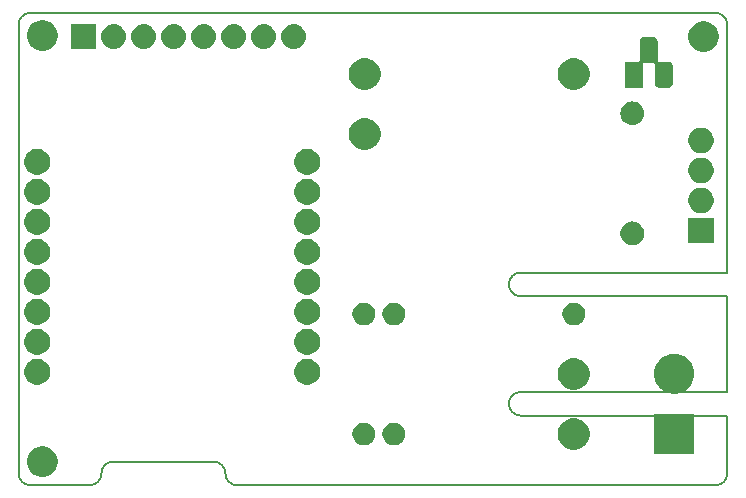
<source format=gbr>
G04 #@! TF.GenerationSoftware,KiCad,Pcbnew,(5.0.2)-1*
G04 #@! TF.CreationDate,2019-02-07T08:47:28-05:00*
G04 #@! TF.ProjectId,HASwitchPlate,48415377-6974-4636-9850-6c6174652e6b,rev?*
G04 #@! TF.SameCoordinates,Original*
G04 #@! TF.FileFunction,Soldermask,Top*
G04 #@! TF.FilePolarity,Negative*
%FSLAX46Y46*%
G04 Gerber Fmt 4.6, Leading zero omitted, Abs format (unit mm)*
G04 Created by KiCad (PCBNEW (5.0.2)-1) date 2/7/2019 8:47:28 AM*
%MOMM*%
%LPD*%
G01*
G04 APERTURE LIST*
%ADD10C,0.150000*%
%ADD11C,0.100000*%
G04 APERTURE END LIST*
D10*
X160000000Y-101000000D02*
X160000000Y-122000000D01*
X160000000Y-132100000D02*
X160000000Y-124000000D01*
X141500000Y-123000000D02*
G75*
G03X142500000Y-124000000I1000000J0D01*
G01*
X142500000Y-122000000D02*
G75*
G03X141500000Y-123000000I0J-1000000D01*
G01*
X142500000Y-122000000D02*
X160000000Y-122000000D01*
X142500000Y-124000000D02*
X160000000Y-124000000D01*
X118500000Y-140000000D02*
X159000000Y-140000000D01*
X101000000Y-140000000D02*
X106000000Y-140000000D01*
X108000000Y-138000000D02*
X116500000Y-138000000D01*
X117500000Y-139000000D02*
G75*
G03X118500000Y-140000000I1000000J0D01*
G01*
X117500000Y-139000000D02*
G75*
G03X116500000Y-138000000I-1000000J0D01*
G01*
X107998255Y-138000002D02*
G75*
G03X107000000Y-139000000I1745J-999998D01*
G01*
X106000000Y-140000000D02*
G75*
G03X107000000Y-139000000I0J1000000D01*
G01*
X101000000Y-100000000D02*
G75*
G03X100000000Y-101000000I0J-1000000D01*
G01*
X100000000Y-139000000D02*
G75*
G03X101000000Y-140000000I1000000J0D01*
G01*
X159000000Y-140000000D02*
G75*
G03X160000000Y-139000000I0J1000000D01*
G01*
X160000000Y-101000000D02*
G75*
G03X159000000Y-100000000I-1000000J0D01*
G01*
X141500000Y-133100000D02*
G75*
G03X142500000Y-134100000I1000000J0D01*
G01*
X142500000Y-132100000D02*
G75*
G03X141500000Y-133100000I0J-1000000D01*
G01*
X160000000Y-134100000D02*
X160000000Y-139000000D01*
X142500000Y-134100000D02*
X160000000Y-134100000D01*
X142500000Y-132100000D02*
X160000000Y-132100000D01*
X101000000Y-100000000D02*
X159000000Y-100000000D01*
X100000000Y-101000000D02*
X100000000Y-139000000D01*
D11*
G36*
X102379196Y-136749958D02*
X102615780Y-136847954D01*
X102828705Y-136990226D01*
X103009774Y-137171295D01*
X103152046Y-137384220D01*
X103250042Y-137620804D01*
X103300000Y-137871960D01*
X103300000Y-138128040D01*
X103250042Y-138379196D01*
X103152046Y-138615780D01*
X103009774Y-138828705D01*
X102828705Y-139009774D01*
X102615780Y-139152046D01*
X102379196Y-139250042D01*
X102128040Y-139300000D01*
X101871960Y-139300000D01*
X101620804Y-139250042D01*
X101384220Y-139152046D01*
X101171295Y-139009774D01*
X100990226Y-138828705D01*
X100847954Y-138615780D01*
X100749958Y-138379196D01*
X100700000Y-138128040D01*
X100700000Y-137871960D01*
X100749958Y-137620804D01*
X100847954Y-137384220D01*
X100990226Y-137171295D01*
X101171295Y-136990226D01*
X101384220Y-136847954D01*
X101620804Y-136749958D01*
X101871960Y-136700000D01*
X102128040Y-136700000D01*
X102379196Y-136749958D01*
X102379196Y-136749958D01*
G37*
G36*
X157200000Y-137350000D02*
X153800000Y-137350000D01*
X153800000Y-133950000D01*
X157200000Y-133950000D01*
X157200000Y-137350000D01*
X157200000Y-137350000D01*
G37*
G36*
X147197434Y-134317922D02*
X147392322Y-134356687D01*
X147637096Y-134458076D01*
X147637097Y-134458077D01*
X147857391Y-134605272D01*
X148044728Y-134792609D01*
X148044730Y-134792612D01*
X148191924Y-135012904D01*
X148293313Y-135257678D01*
X148345000Y-135517529D01*
X148345000Y-135782471D01*
X148293313Y-136042322D01*
X148191924Y-136287096D01*
X148191923Y-136287097D01*
X148044728Y-136507391D01*
X147857391Y-136694728D01*
X147857388Y-136694730D01*
X147637096Y-136841924D01*
X147392322Y-136943313D01*
X147197434Y-136982078D01*
X147132472Y-136995000D01*
X146867528Y-136995000D01*
X146802566Y-136982078D01*
X146607678Y-136943313D01*
X146362904Y-136841924D01*
X146142612Y-136694730D01*
X146142609Y-136694728D01*
X145955272Y-136507391D01*
X145808077Y-136287097D01*
X145808076Y-136287096D01*
X145706687Y-136042322D01*
X145655000Y-135782471D01*
X145655000Y-135517529D01*
X145706687Y-135257678D01*
X145808076Y-135012904D01*
X145955270Y-134792612D01*
X145955272Y-134792609D01*
X146142609Y-134605272D01*
X146362903Y-134458077D01*
X146362904Y-134458076D01*
X146607678Y-134356687D01*
X146802566Y-134317922D01*
X146867528Y-134305000D01*
X147132472Y-134305000D01*
X147197434Y-134317922D01*
X147197434Y-134317922D01*
G37*
G36*
X132040603Y-134724968D02*
X132040606Y-134724969D01*
X132040605Y-134724969D01*
X132215678Y-134797486D01*
X132215679Y-134797487D01*
X132373241Y-134902767D01*
X132507233Y-135036759D01*
X132507234Y-135036761D01*
X132612514Y-135194322D01*
X132638758Y-135257681D01*
X132685032Y-135369397D01*
X132722000Y-135555250D01*
X132722000Y-135744750D01*
X132685032Y-135930603D01*
X132685031Y-135930605D01*
X132612514Y-136105678D01*
X132612513Y-136105679D01*
X132507233Y-136263241D01*
X132373241Y-136397233D01*
X132293923Y-136450232D01*
X132215678Y-136502514D01*
X132080266Y-136558603D01*
X132040603Y-136575032D01*
X131854750Y-136612000D01*
X131665250Y-136612000D01*
X131479397Y-136575032D01*
X131439734Y-136558603D01*
X131304322Y-136502514D01*
X131226077Y-136450232D01*
X131146759Y-136397233D01*
X131012767Y-136263241D01*
X130907487Y-136105679D01*
X130907486Y-136105678D01*
X130834969Y-135930605D01*
X130834968Y-135930603D01*
X130798000Y-135744750D01*
X130798000Y-135555250D01*
X130834968Y-135369397D01*
X130881242Y-135257681D01*
X130907486Y-135194322D01*
X131012766Y-135036761D01*
X131012767Y-135036759D01*
X131146759Y-134902767D01*
X131304321Y-134797487D01*
X131304322Y-134797486D01*
X131479395Y-134724969D01*
X131479394Y-134724969D01*
X131479397Y-134724968D01*
X131665250Y-134688000D01*
X131854750Y-134688000D01*
X132040603Y-134724968D01*
X132040603Y-134724968D01*
G37*
G36*
X129500603Y-134724968D02*
X129500606Y-134724969D01*
X129500605Y-134724969D01*
X129675678Y-134797486D01*
X129675679Y-134797487D01*
X129833241Y-134902767D01*
X129967233Y-135036759D01*
X129967234Y-135036761D01*
X130072514Y-135194322D01*
X130098758Y-135257681D01*
X130145032Y-135369397D01*
X130182000Y-135555250D01*
X130182000Y-135744750D01*
X130145032Y-135930603D01*
X130145031Y-135930605D01*
X130072514Y-136105678D01*
X130072513Y-136105679D01*
X129967233Y-136263241D01*
X129833241Y-136397233D01*
X129753923Y-136450232D01*
X129675678Y-136502514D01*
X129540266Y-136558603D01*
X129500603Y-136575032D01*
X129314750Y-136612000D01*
X129125250Y-136612000D01*
X128939397Y-136575032D01*
X128899734Y-136558603D01*
X128764322Y-136502514D01*
X128686077Y-136450232D01*
X128606759Y-136397233D01*
X128472767Y-136263241D01*
X128367487Y-136105679D01*
X128367486Y-136105678D01*
X128294969Y-135930605D01*
X128294968Y-135930603D01*
X128258000Y-135744750D01*
X128258000Y-135555250D01*
X128294968Y-135369397D01*
X128341242Y-135257681D01*
X128367486Y-135194322D01*
X128472766Y-135036761D01*
X128472767Y-135036759D01*
X128606759Y-134902767D01*
X128764321Y-134797487D01*
X128764322Y-134797486D01*
X128939395Y-134724969D01*
X128939394Y-134724969D01*
X128939397Y-134724968D01*
X129125250Y-134688000D01*
X129314750Y-134688000D01*
X129500603Y-134724968D01*
X129500603Y-134724968D01*
G37*
G36*
X155857102Y-128907727D02*
X155995872Y-128935330D01*
X156305252Y-129063479D01*
X156583687Y-129249523D01*
X156820477Y-129486313D01*
X157006521Y-129764748D01*
X157132605Y-130069143D01*
X157134670Y-130074129D01*
X157175951Y-130281659D01*
X157200000Y-130402565D01*
X157200000Y-130737435D01*
X157134670Y-131065872D01*
X157006521Y-131375252D01*
X156820477Y-131653687D01*
X156583687Y-131890477D01*
X156305252Y-132076521D01*
X155995872Y-132204670D01*
X155886393Y-132226447D01*
X155667437Y-132270000D01*
X155332563Y-132270000D01*
X155113607Y-132226447D01*
X155004128Y-132204670D01*
X154694748Y-132076521D01*
X154416313Y-131890477D01*
X154179523Y-131653687D01*
X153993479Y-131375252D01*
X153865330Y-131065872D01*
X153800000Y-130737435D01*
X153800000Y-130402565D01*
X153824050Y-130281659D01*
X153865330Y-130074129D01*
X153867395Y-130069143D01*
X153993479Y-129764748D01*
X154179523Y-129486313D01*
X154416313Y-129249523D01*
X154694748Y-129063479D01*
X155004128Y-128935330D01*
X155142898Y-128907727D01*
X155332563Y-128870000D01*
X155667437Y-128870000D01*
X155857102Y-128907727D01*
X155857102Y-128907727D01*
G37*
G36*
X147197434Y-129237922D02*
X147392322Y-129276687D01*
X147637096Y-129378076D01*
X147854424Y-129523289D01*
X147857391Y-129525272D01*
X148044728Y-129712609D01*
X148044730Y-129712612D01*
X148191924Y-129932904D01*
X148293313Y-130177678D01*
X148345000Y-130437529D01*
X148345000Y-130702471D01*
X148293313Y-130962322D01*
X148191924Y-131207096D01*
X148086545Y-131364807D01*
X148044728Y-131427391D01*
X147857391Y-131614728D01*
X147857388Y-131614730D01*
X147637096Y-131761924D01*
X147392322Y-131863313D01*
X147197434Y-131902078D01*
X147132472Y-131915000D01*
X146867528Y-131915000D01*
X146802566Y-131902078D01*
X146607678Y-131863313D01*
X146362904Y-131761924D01*
X146142612Y-131614730D01*
X146142609Y-131614728D01*
X145955272Y-131427391D01*
X145913455Y-131364807D01*
X145808076Y-131207096D01*
X145706687Y-130962322D01*
X145655000Y-130702471D01*
X145655000Y-130437529D01*
X145706687Y-130177678D01*
X145808076Y-129932904D01*
X145955270Y-129712612D01*
X145955272Y-129712609D01*
X146142609Y-129525272D01*
X146145576Y-129523289D01*
X146362904Y-129378076D01*
X146607678Y-129276687D01*
X146802566Y-129237922D01*
X146867528Y-129225000D01*
X147132472Y-129225000D01*
X147197434Y-129237922D01*
X147197434Y-129237922D01*
G37*
G36*
X124750857Y-129332272D02*
X124951042Y-129415191D01*
X124951045Y-129415193D01*
X125115790Y-129525272D01*
X125131213Y-129535578D01*
X125284422Y-129688787D01*
X125284424Y-129688790D01*
X125284425Y-129688791D01*
X125335178Y-129764748D01*
X125404809Y-129868958D01*
X125487728Y-130069143D01*
X125530000Y-130281658D01*
X125530000Y-130498342D01*
X125487728Y-130710857D01*
X125404809Y-130911042D01*
X125404807Y-130911045D01*
X125301355Y-131065872D01*
X125284422Y-131091213D01*
X125131213Y-131244422D01*
X124951042Y-131364809D01*
X124750857Y-131447728D01*
X124538342Y-131490000D01*
X124321658Y-131490000D01*
X124109143Y-131447728D01*
X123908958Y-131364809D01*
X123728787Y-131244422D01*
X123575578Y-131091213D01*
X123558646Y-131065872D01*
X123455193Y-130911045D01*
X123455191Y-130911042D01*
X123372272Y-130710857D01*
X123330000Y-130498342D01*
X123330000Y-130281658D01*
X123372272Y-130069143D01*
X123455191Y-129868958D01*
X123524822Y-129764748D01*
X123575575Y-129688791D01*
X123575576Y-129688790D01*
X123575578Y-129688787D01*
X123728787Y-129535578D01*
X123744211Y-129525272D01*
X123908955Y-129415193D01*
X123908958Y-129415191D01*
X124109143Y-129332272D01*
X124321658Y-129290000D01*
X124538342Y-129290000D01*
X124750857Y-129332272D01*
X124750857Y-129332272D01*
G37*
G36*
X101890857Y-129332272D02*
X102091042Y-129415191D01*
X102091045Y-129415193D01*
X102255790Y-129525272D01*
X102271213Y-129535578D01*
X102424422Y-129688787D01*
X102424424Y-129688790D01*
X102424425Y-129688791D01*
X102475178Y-129764748D01*
X102544809Y-129868958D01*
X102627728Y-130069143D01*
X102670000Y-130281658D01*
X102670000Y-130498342D01*
X102627728Y-130710857D01*
X102544809Y-130911042D01*
X102544807Y-130911045D01*
X102441355Y-131065872D01*
X102424422Y-131091213D01*
X102271213Y-131244422D01*
X102091042Y-131364809D01*
X101890857Y-131447728D01*
X101678342Y-131490000D01*
X101461658Y-131490000D01*
X101249143Y-131447728D01*
X101048958Y-131364809D01*
X100868787Y-131244422D01*
X100715578Y-131091213D01*
X100698646Y-131065872D01*
X100595193Y-130911045D01*
X100595191Y-130911042D01*
X100512272Y-130710857D01*
X100470000Y-130498342D01*
X100470000Y-130281658D01*
X100512272Y-130069143D01*
X100595191Y-129868958D01*
X100664822Y-129764748D01*
X100715575Y-129688791D01*
X100715576Y-129688790D01*
X100715578Y-129688787D01*
X100868787Y-129535578D01*
X100884211Y-129525272D01*
X101048955Y-129415193D01*
X101048958Y-129415191D01*
X101249143Y-129332272D01*
X101461658Y-129290000D01*
X101678342Y-129290000D01*
X101890857Y-129332272D01*
X101890857Y-129332272D01*
G37*
G36*
X101890857Y-126792272D02*
X102091042Y-126875191D01*
X102271213Y-126995578D01*
X102424422Y-127148787D01*
X102544809Y-127328958D01*
X102627728Y-127529143D01*
X102670000Y-127741658D01*
X102670000Y-127958342D01*
X102627728Y-128170857D01*
X102544809Y-128371042D01*
X102424422Y-128551213D01*
X102271213Y-128704422D01*
X102091042Y-128824809D01*
X101890857Y-128907728D01*
X101678342Y-128950000D01*
X101461658Y-128950000D01*
X101249143Y-128907728D01*
X101048958Y-128824809D01*
X100868787Y-128704422D01*
X100715578Y-128551213D01*
X100595191Y-128371042D01*
X100512272Y-128170857D01*
X100470000Y-127958342D01*
X100470000Y-127741658D01*
X100512272Y-127529143D01*
X100595191Y-127328958D01*
X100715578Y-127148787D01*
X100868787Y-126995578D01*
X101048958Y-126875191D01*
X101249143Y-126792272D01*
X101461658Y-126750000D01*
X101678342Y-126750000D01*
X101890857Y-126792272D01*
X101890857Y-126792272D01*
G37*
G36*
X124750857Y-126792272D02*
X124951042Y-126875191D01*
X125131213Y-126995578D01*
X125284422Y-127148787D01*
X125404809Y-127328958D01*
X125487728Y-127529143D01*
X125530000Y-127741658D01*
X125530000Y-127958342D01*
X125487728Y-128170857D01*
X125404809Y-128371042D01*
X125284422Y-128551213D01*
X125131213Y-128704422D01*
X124951042Y-128824809D01*
X124750857Y-128907728D01*
X124538342Y-128950000D01*
X124321658Y-128950000D01*
X124109143Y-128907728D01*
X123908958Y-128824809D01*
X123728787Y-128704422D01*
X123575578Y-128551213D01*
X123455191Y-128371042D01*
X123372272Y-128170857D01*
X123330000Y-127958342D01*
X123330000Y-127741658D01*
X123372272Y-127529143D01*
X123455191Y-127328958D01*
X123575578Y-127148787D01*
X123728787Y-126995578D01*
X123908958Y-126875191D01*
X124109143Y-126792272D01*
X124321658Y-126750000D01*
X124538342Y-126750000D01*
X124750857Y-126792272D01*
X124750857Y-126792272D01*
G37*
G36*
X129500603Y-124564968D02*
X129500606Y-124564969D01*
X129500605Y-124564969D01*
X129675678Y-124637486D01*
X129675679Y-124637487D01*
X129833241Y-124742767D01*
X129967233Y-124876759D01*
X129967234Y-124876761D01*
X130072514Y-125034322D01*
X130128603Y-125169734D01*
X130145032Y-125209397D01*
X130182000Y-125395250D01*
X130182000Y-125584750D01*
X130145032Y-125770603D01*
X130145031Y-125770605D01*
X130072514Y-125945678D01*
X130072513Y-125945679D01*
X129967233Y-126103241D01*
X129833241Y-126237233D01*
X129762042Y-126284807D01*
X129675678Y-126342514D01*
X129540266Y-126398603D01*
X129500603Y-126415032D01*
X129314750Y-126452000D01*
X129125250Y-126452000D01*
X128939397Y-126415032D01*
X128899734Y-126398603D01*
X128764322Y-126342514D01*
X128677958Y-126284807D01*
X128606759Y-126237233D01*
X128472767Y-126103241D01*
X128367487Y-125945679D01*
X128367486Y-125945678D01*
X128294969Y-125770605D01*
X128294968Y-125770603D01*
X128258000Y-125584750D01*
X128258000Y-125395250D01*
X128294968Y-125209397D01*
X128311397Y-125169734D01*
X128367486Y-125034322D01*
X128472766Y-124876761D01*
X128472767Y-124876759D01*
X128606759Y-124742767D01*
X128764321Y-124637487D01*
X128764322Y-124637486D01*
X128939395Y-124564969D01*
X128939394Y-124564969D01*
X128939397Y-124564968D01*
X129125250Y-124528000D01*
X129314750Y-124528000D01*
X129500603Y-124564968D01*
X129500603Y-124564968D01*
G37*
G36*
X132040603Y-124564968D02*
X132040606Y-124564969D01*
X132040605Y-124564969D01*
X132215678Y-124637486D01*
X132215679Y-124637487D01*
X132373241Y-124742767D01*
X132507233Y-124876759D01*
X132507234Y-124876761D01*
X132612514Y-125034322D01*
X132668603Y-125169734D01*
X132685032Y-125209397D01*
X132722000Y-125395250D01*
X132722000Y-125584750D01*
X132685032Y-125770603D01*
X132685031Y-125770605D01*
X132612514Y-125945678D01*
X132612513Y-125945679D01*
X132507233Y-126103241D01*
X132373241Y-126237233D01*
X132302042Y-126284807D01*
X132215678Y-126342514D01*
X132080266Y-126398603D01*
X132040603Y-126415032D01*
X131854750Y-126452000D01*
X131665250Y-126452000D01*
X131479397Y-126415032D01*
X131439734Y-126398603D01*
X131304322Y-126342514D01*
X131217958Y-126284807D01*
X131146759Y-126237233D01*
X131012767Y-126103241D01*
X130907487Y-125945679D01*
X130907486Y-125945678D01*
X130834969Y-125770605D01*
X130834968Y-125770603D01*
X130798000Y-125584750D01*
X130798000Y-125395250D01*
X130834968Y-125209397D01*
X130851397Y-125169734D01*
X130907486Y-125034322D01*
X131012766Y-124876761D01*
X131012767Y-124876759D01*
X131146759Y-124742767D01*
X131304321Y-124637487D01*
X131304322Y-124637486D01*
X131479395Y-124564969D01*
X131479394Y-124564969D01*
X131479397Y-124564968D01*
X131665250Y-124528000D01*
X131854750Y-124528000D01*
X132040603Y-124564968D01*
X132040603Y-124564968D01*
G37*
G36*
X147280603Y-124564968D02*
X147280606Y-124564969D01*
X147280605Y-124564969D01*
X147455678Y-124637486D01*
X147455679Y-124637487D01*
X147613241Y-124742767D01*
X147747233Y-124876759D01*
X147747234Y-124876761D01*
X147852514Y-125034322D01*
X147908603Y-125169734D01*
X147925032Y-125209397D01*
X147962000Y-125395250D01*
X147962000Y-125584750D01*
X147925032Y-125770603D01*
X147925031Y-125770605D01*
X147852514Y-125945678D01*
X147852513Y-125945679D01*
X147747233Y-126103241D01*
X147613241Y-126237233D01*
X147542042Y-126284807D01*
X147455678Y-126342514D01*
X147320266Y-126398603D01*
X147280603Y-126415032D01*
X147094750Y-126452000D01*
X146905250Y-126452000D01*
X146719397Y-126415032D01*
X146679734Y-126398603D01*
X146544322Y-126342514D01*
X146457958Y-126284807D01*
X146386759Y-126237233D01*
X146252767Y-126103241D01*
X146147487Y-125945679D01*
X146147486Y-125945678D01*
X146074969Y-125770605D01*
X146074968Y-125770603D01*
X146038000Y-125584750D01*
X146038000Y-125395250D01*
X146074968Y-125209397D01*
X146091397Y-125169734D01*
X146147486Y-125034322D01*
X146252766Y-124876761D01*
X146252767Y-124876759D01*
X146386759Y-124742767D01*
X146544321Y-124637487D01*
X146544322Y-124637486D01*
X146719395Y-124564969D01*
X146719394Y-124564969D01*
X146719397Y-124564968D01*
X146905250Y-124528000D01*
X147094750Y-124528000D01*
X147280603Y-124564968D01*
X147280603Y-124564968D01*
G37*
G36*
X101890857Y-124252272D02*
X102091042Y-124335191D01*
X102271213Y-124455578D01*
X102424422Y-124608787D01*
X102544809Y-124788958D01*
X102627728Y-124989143D01*
X102670000Y-125201658D01*
X102670000Y-125418342D01*
X102627728Y-125630857D01*
X102544809Y-125831042D01*
X102544807Y-125831045D01*
X102468212Y-125945678D01*
X102424422Y-126011213D01*
X102271213Y-126164422D01*
X102091042Y-126284809D01*
X101890857Y-126367728D01*
X101678342Y-126410000D01*
X101461658Y-126410000D01*
X101249143Y-126367728D01*
X101048958Y-126284809D01*
X100868787Y-126164422D01*
X100715578Y-126011213D01*
X100671789Y-125945678D01*
X100595193Y-125831045D01*
X100595191Y-125831042D01*
X100512272Y-125630857D01*
X100470000Y-125418342D01*
X100470000Y-125201658D01*
X100512272Y-124989143D01*
X100595191Y-124788958D01*
X100715578Y-124608787D01*
X100868787Y-124455578D01*
X101048958Y-124335191D01*
X101249143Y-124252272D01*
X101461658Y-124210000D01*
X101678342Y-124210000D01*
X101890857Y-124252272D01*
X101890857Y-124252272D01*
G37*
G36*
X124750857Y-124252272D02*
X124951042Y-124335191D01*
X125131213Y-124455578D01*
X125284422Y-124608787D01*
X125404809Y-124788958D01*
X125487728Y-124989143D01*
X125530000Y-125201658D01*
X125530000Y-125418342D01*
X125487728Y-125630857D01*
X125404809Y-125831042D01*
X125404807Y-125831045D01*
X125328212Y-125945678D01*
X125284422Y-126011213D01*
X125131213Y-126164422D01*
X124951042Y-126284809D01*
X124750857Y-126367728D01*
X124538342Y-126410000D01*
X124321658Y-126410000D01*
X124109143Y-126367728D01*
X123908958Y-126284809D01*
X123728787Y-126164422D01*
X123575578Y-126011213D01*
X123531789Y-125945678D01*
X123455193Y-125831045D01*
X123455191Y-125831042D01*
X123372272Y-125630857D01*
X123330000Y-125418342D01*
X123330000Y-125201658D01*
X123372272Y-124989143D01*
X123455191Y-124788958D01*
X123575578Y-124608787D01*
X123728787Y-124455578D01*
X123908958Y-124335191D01*
X124109143Y-124252272D01*
X124321658Y-124210000D01*
X124538342Y-124210000D01*
X124750857Y-124252272D01*
X124750857Y-124252272D01*
G37*
G36*
X101890857Y-121712272D02*
X102091042Y-121795191D01*
X102271213Y-121915578D01*
X102424422Y-122068787D01*
X102544809Y-122248958D01*
X102627728Y-122449143D01*
X102670000Y-122661658D01*
X102670000Y-122878342D01*
X102627728Y-123090857D01*
X102544809Y-123291042D01*
X102424422Y-123471213D01*
X102271213Y-123624422D01*
X102091042Y-123744809D01*
X101890857Y-123827728D01*
X101678342Y-123870000D01*
X101461658Y-123870000D01*
X101249143Y-123827728D01*
X101048958Y-123744809D01*
X100868787Y-123624422D01*
X100715578Y-123471213D01*
X100595191Y-123291042D01*
X100512272Y-123090857D01*
X100470000Y-122878342D01*
X100470000Y-122661658D01*
X100512272Y-122449143D01*
X100595191Y-122248958D01*
X100715578Y-122068787D01*
X100868787Y-121915578D01*
X101048958Y-121795191D01*
X101249143Y-121712272D01*
X101461658Y-121670000D01*
X101678342Y-121670000D01*
X101890857Y-121712272D01*
X101890857Y-121712272D01*
G37*
G36*
X124750857Y-121712272D02*
X124951042Y-121795191D01*
X125131213Y-121915578D01*
X125284422Y-122068787D01*
X125404809Y-122248958D01*
X125487728Y-122449143D01*
X125530000Y-122661658D01*
X125530000Y-122878342D01*
X125487728Y-123090857D01*
X125404809Y-123291042D01*
X125284422Y-123471213D01*
X125131213Y-123624422D01*
X124951042Y-123744809D01*
X124750857Y-123827728D01*
X124538342Y-123870000D01*
X124321658Y-123870000D01*
X124109143Y-123827728D01*
X123908958Y-123744809D01*
X123728787Y-123624422D01*
X123575578Y-123471213D01*
X123455191Y-123291042D01*
X123372272Y-123090857D01*
X123330000Y-122878342D01*
X123330000Y-122661658D01*
X123372272Y-122449143D01*
X123455191Y-122248958D01*
X123575578Y-122068787D01*
X123728787Y-121915578D01*
X123908958Y-121795191D01*
X124109143Y-121712272D01*
X124321658Y-121670000D01*
X124538342Y-121670000D01*
X124750857Y-121712272D01*
X124750857Y-121712272D01*
G37*
G36*
X124750857Y-119172272D02*
X124951042Y-119255191D01*
X125131213Y-119375578D01*
X125284422Y-119528787D01*
X125284424Y-119528790D01*
X125284425Y-119528791D01*
X125352432Y-119630571D01*
X125404809Y-119708958D01*
X125487728Y-119909143D01*
X125530000Y-120121658D01*
X125530000Y-120338342D01*
X125487728Y-120550857D01*
X125404809Y-120751042D01*
X125284422Y-120931213D01*
X125131213Y-121084422D01*
X124951042Y-121204809D01*
X124750857Y-121287728D01*
X124538342Y-121330000D01*
X124321658Y-121330000D01*
X124109143Y-121287728D01*
X123908958Y-121204809D01*
X123728787Y-121084422D01*
X123575578Y-120931213D01*
X123455191Y-120751042D01*
X123372272Y-120550857D01*
X123330000Y-120338342D01*
X123330000Y-120121658D01*
X123372272Y-119909143D01*
X123455191Y-119708958D01*
X123507568Y-119630571D01*
X123575575Y-119528791D01*
X123575576Y-119528790D01*
X123575578Y-119528787D01*
X123728787Y-119375578D01*
X123908958Y-119255191D01*
X124109143Y-119172272D01*
X124321658Y-119130000D01*
X124538342Y-119130000D01*
X124750857Y-119172272D01*
X124750857Y-119172272D01*
G37*
G36*
X101890857Y-119172272D02*
X102091042Y-119255191D01*
X102271213Y-119375578D01*
X102424422Y-119528787D01*
X102424424Y-119528790D01*
X102424425Y-119528791D01*
X102492432Y-119630571D01*
X102544809Y-119708958D01*
X102627728Y-119909143D01*
X102670000Y-120121658D01*
X102670000Y-120338342D01*
X102627728Y-120550857D01*
X102544809Y-120751042D01*
X102424422Y-120931213D01*
X102271213Y-121084422D01*
X102091042Y-121204809D01*
X101890857Y-121287728D01*
X101678342Y-121330000D01*
X101461658Y-121330000D01*
X101249143Y-121287728D01*
X101048958Y-121204809D01*
X100868787Y-121084422D01*
X100715578Y-120931213D01*
X100595191Y-120751042D01*
X100512272Y-120550857D01*
X100470000Y-120338342D01*
X100470000Y-120121658D01*
X100512272Y-119909143D01*
X100595191Y-119708958D01*
X100647568Y-119630571D01*
X100715575Y-119528791D01*
X100715576Y-119528790D01*
X100715578Y-119528787D01*
X100868787Y-119375578D01*
X101048958Y-119255191D01*
X101249143Y-119172272D01*
X101461658Y-119130000D01*
X101678342Y-119130000D01*
X101890857Y-119172272D01*
X101890857Y-119172272D01*
G37*
G36*
X152118770Y-117684372D02*
X152234689Y-117707429D01*
X152416678Y-117782811D01*
X152580463Y-117892249D01*
X152719751Y-118031537D01*
X152829189Y-118195322D01*
X152904571Y-118377311D01*
X152943000Y-118570509D01*
X152943000Y-118767491D01*
X152904571Y-118960689D01*
X152829189Y-119142678D01*
X152719751Y-119306463D01*
X152580463Y-119445751D01*
X152416678Y-119555189D01*
X152234689Y-119630571D01*
X152118770Y-119653628D01*
X152041493Y-119669000D01*
X151844507Y-119669000D01*
X151767230Y-119653628D01*
X151651311Y-119630571D01*
X151469322Y-119555189D01*
X151305537Y-119445751D01*
X151166249Y-119306463D01*
X151056811Y-119142678D01*
X150981429Y-118960689D01*
X150943000Y-118767491D01*
X150943000Y-118570509D01*
X150981429Y-118377311D01*
X151056811Y-118195322D01*
X151166249Y-118031537D01*
X151305537Y-117892249D01*
X151469322Y-117782811D01*
X151651311Y-117707429D01*
X151767230Y-117684372D01*
X151844507Y-117669000D01*
X152041493Y-117669000D01*
X152118770Y-117684372D01*
X152118770Y-117684372D01*
G37*
G36*
X158860000Y-119490000D02*
X156710000Y-119490000D01*
X156710000Y-117340000D01*
X158860000Y-117340000D01*
X158860000Y-119490000D01*
X158860000Y-119490000D01*
G37*
G36*
X124750857Y-116632272D02*
X124951042Y-116715191D01*
X124951045Y-116715193D01*
X125119353Y-116827653D01*
X125131213Y-116835578D01*
X125284422Y-116988787D01*
X125404809Y-117168958D01*
X125487728Y-117369143D01*
X125530000Y-117581658D01*
X125530000Y-117798342D01*
X125487728Y-118010857D01*
X125404809Y-118211042D01*
X125284422Y-118391213D01*
X125131213Y-118544422D01*
X125131210Y-118544424D01*
X125131209Y-118544425D01*
X124951045Y-118664807D01*
X124951042Y-118664809D01*
X124750857Y-118747728D01*
X124538342Y-118790000D01*
X124321658Y-118790000D01*
X124109143Y-118747728D01*
X123908958Y-118664809D01*
X123908955Y-118664807D01*
X123728791Y-118544425D01*
X123728790Y-118544424D01*
X123728787Y-118544422D01*
X123575578Y-118391213D01*
X123455191Y-118211042D01*
X123372272Y-118010857D01*
X123330000Y-117798342D01*
X123330000Y-117581658D01*
X123372272Y-117369143D01*
X123455191Y-117168958D01*
X123575578Y-116988787D01*
X123728787Y-116835578D01*
X123740648Y-116827653D01*
X123908955Y-116715193D01*
X123908958Y-116715191D01*
X124109143Y-116632272D01*
X124321658Y-116590000D01*
X124538342Y-116590000D01*
X124750857Y-116632272D01*
X124750857Y-116632272D01*
G37*
G36*
X101890857Y-116632272D02*
X102091042Y-116715191D01*
X102091045Y-116715193D01*
X102259353Y-116827653D01*
X102271213Y-116835578D01*
X102424422Y-116988787D01*
X102544809Y-117168958D01*
X102627728Y-117369143D01*
X102670000Y-117581658D01*
X102670000Y-117798342D01*
X102627728Y-118010857D01*
X102544809Y-118211042D01*
X102424422Y-118391213D01*
X102271213Y-118544422D01*
X102271210Y-118544424D01*
X102271209Y-118544425D01*
X102091045Y-118664807D01*
X102091042Y-118664809D01*
X101890857Y-118747728D01*
X101678342Y-118790000D01*
X101461658Y-118790000D01*
X101249143Y-118747728D01*
X101048958Y-118664809D01*
X101048955Y-118664807D01*
X100868791Y-118544425D01*
X100868790Y-118544424D01*
X100868787Y-118544422D01*
X100715578Y-118391213D01*
X100595191Y-118211042D01*
X100512272Y-118010857D01*
X100470000Y-117798342D01*
X100470000Y-117581658D01*
X100512272Y-117369143D01*
X100595191Y-117168958D01*
X100715578Y-116988787D01*
X100868787Y-116835578D01*
X100880648Y-116827653D01*
X101048955Y-116715193D01*
X101048958Y-116715191D01*
X101249143Y-116632272D01*
X101461658Y-116590000D01*
X101678342Y-116590000D01*
X101890857Y-116632272D01*
X101890857Y-116632272D01*
G37*
G36*
X158098566Y-114841312D02*
X158294203Y-114922347D01*
X158470275Y-115039995D01*
X158620005Y-115189725D01*
X158737653Y-115365797D01*
X158818688Y-115561434D01*
X158860000Y-115769122D01*
X158860000Y-115980878D01*
X158818688Y-116188566D01*
X158737653Y-116384203D01*
X158620005Y-116560275D01*
X158470275Y-116710005D01*
X158294203Y-116827653D01*
X158098566Y-116908688D01*
X157890878Y-116950000D01*
X157679122Y-116950000D01*
X157471434Y-116908688D01*
X157275797Y-116827653D01*
X157099725Y-116710005D01*
X156949995Y-116560275D01*
X156832347Y-116384203D01*
X156751312Y-116188566D01*
X156710000Y-115980878D01*
X156710000Y-115769122D01*
X156751312Y-115561434D01*
X156832347Y-115365797D01*
X156949995Y-115189725D01*
X157099725Y-115039995D01*
X157275797Y-114922347D01*
X157471434Y-114841312D01*
X157679122Y-114800000D01*
X157890878Y-114800000D01*
X158098566Y-114841312D01*
X158098566Y-114841312D01*
G37*
G36*
X101890857Y-114092272D02*
X102091042Y-114175191D01*
X102091045Y-114175193D01*
X102259353Y-114287653D01*
X102271213Y-114295578D01*
X102424422Y-114448787D01*
X102544809Y-114628958D01*
X102627728Y-114829143D01*
X102670000Y-115041658D01*
X102670000Y-115258342D01*
X102627728Y-115470857D01*
X102544809Y-115671042D01*
X102424422Y-115851213D01*
X102271213Y-116004422D01*
X102091042Y-116124809D01*
X101890857Y-116207728D01*
X101678342Y-116250000D01*
X101461658Y-116250000D01*
X101249143Y-116207728D01*
X101048958Y-116124809D01*
X100868787Y-116004422D01*
X100715578Y-115851213D01*
X100595191Y-115671042D01*
X100512272Y-115470857D01*
X100470000Y-115258342D01*
X100470000Y-115041658D01*
X100512272Y-114829143D01*
X100595191Y-114628958D01*
X100715578Y-114448787D01*
X100868787Y-114295578D01*
X100880648Y-114287653D01*
X101048955Y-114175193D01*
X101048958Y-114175191D01*
X101249143Y-114092272D01*
X101461658Y-114050000D01*
X101678342Y-114050000D01*
X101890857Y-114092272D01*
X101890857Y-114092272D01*
G37*
G36*
X124750857Y-114092272D02*
X124951042Y-114175191D01*
X124951045Y-114175193D01*
X125119353Y-114287653D01*
X125131213Y-114295578D01*
X125284422Y-114448787D01*
X125404809Y-114628958D01*
X125487728Y-114829143D01*
X125530000Y-115041658D01*
X125530000Y-115258342D01*
X125487728Y-115470857D01*
X125404809Y-115671042D01*
X125284422Y-115851213D01*
X125131213Y-116004422D01*
X124951042Y-116124809D01*
X124750857Y-116207728D01*
X124538342Y-116250000D01*
X124321658Y-116250000D01*
X124109143Y-116207728D01*
X123908958Y-116124809D01*
X123728787Y-116004422D01*
X123575578Y-115851213D01*
X123455191Y-115671042D01*
X123372272Y-115470857D01*
X123330000Y-115258342D01*
X123330000Y-115041658D01*
X123372272Y-114829143D01*
X123455191Y-114628958D01*
X123575578Y-114448787D01*
X123728787Y-114295578D01*
X123740648Y-114287653D01*
X123908955Y-114175193D01*
X123908958Y-114175191D01*
X124109143Y-114092272D01*
X124321658Y-114050000D01*
X124538342Y-114050000D01*
X124750857Y-114092272D01*
X124750857Y-114092272D01*
G37*
G36*
X158098566Y-112301312D02*
X158294203Y-112382347D01*
X158470275Y-112499995D01*
X158620005Y-112649725D01*
X158737653Y-112825797D01*
X158818688Y-113021434D01*
X158860000Y-113229122D01*
X158860000Y-113440878D01*
X158818688Y-113648566D01*
X158737653Y-113844203D01*
X158620005Y-114020275D01*
X158470275Y-114170005D01*
X158294203Y-114287653D01*
X158098566Y-114368688D01*
X157890878Y-114410000D01*
X157679122Y-114410000D01*
X157471434Y-114368688D01*
X157275797Y-114287653D01*
X157099725Y-114170005D01*
X156949995Y-114020275D01*
X156832347Y-113844203D01*
X156751312Y-113648566D01*
X156710000Y-113440878D01*
X156710000Y-113229122D01*
X156751312Y-113021434D01*
X156832347Y-112825797D01*
X156949995Y-112649725D01*
X157099725Y-112499995D01*
X157275797Y-112382347D01*
X157471434Y-112301312D01*
X157679122Y-112260000D01*
X157890878Y-112260000D01*
X158098566Y-112301312D01*
X158098566Y-112301312D01*
G37*
G36*
X101890857Y-111552272D02*
X102091042Y-111635191D01*
X102091045Y-111635193D01*
X102259353Y-111747653D01*
X102271213Y-111755578D01*
X102424422Y-111908787D01*
X102544809Y-112088958D01*
X102627728Y-112289143D01*
X102670000Y-112501658D01*
X102670000Y-112718342D01*
X102627728Y-112930857D01*
X102544809Y-113131042D01*
X102424422Y-113311213D01*
X102271213Y-113464422D01*
X102091042Y-113584809D01*
X101890857Y-113667728D01*
X101678342Y-113710000D01*
X101461658Y-113710000D01*
X101249143Y-113667728D01*
X101048958Y-113584809D01*
X100868787Y-113464422D01*
X100715578Y-113311213D01*
X100595191Y-113131042D01*
X100512272Y-112930857D01*
X100470000Y-112718342D01*
X100470000Y-112501658D01*
X100512272Y-112289143D01*
X100595191Y-112088958D01*
X100715578Y-111908787D01*
X100868787Y-111755578D01*
X100880648Y-111747653D01*
X101048955Y-111635193D01*
X101048958Y-111635191D01*
X101249143Y-111552272D01*
X101461658Y-111510000D01*
X101678342Y-111510000D01*
X101890857Y-111552272D01*
X101890857Y-111552272D01*
G37*
G36*
X124750857Y-111552272D02*
X124951042Y-111635191D01*
X124951045Y-111635193D01*
X125119353Y-111747653D01*
X125131213Y-111755578D01*
X125284422Y-111908787D01*
X125404809Y-112088958D01*
X125487728Y-112289143D01*
X125530000Y-112501658D01*
X125530000Y-112718342D01*
X125487728Y-112930857D01*
X125404809Y-113131042D01*
X125284422Y-113311213D01*
X125131213Y-113464422D01*
X124951042Y-113584809D01*
X124750857Y-113667728D01*
X124538342Y-113710000D01*
X124321658Y-113710000D01*
X124109143Y-113667728D01*
X123908958Y-113584809D01*
X123728787Y-113464422D01*
X123575578Y-113311213D01*
X123455191Y-113131042D01*
X123372272Y-112930857D01*
X123330000Y-112718342D01*
X123330000Y-112501658D01*
X123372272Y-112289143D01*
X123455191Y-112088958D01*
X123575578Y-111908787D01*
X123728787Y-111755578D01*
X123740648Y-111747653D01*
X123908955Y-111635193D01*
X123908958Y-111635191D01*
X124109143Y-111552272D01*
X124321658Y-111510000D01*
X124538342Y-111510000D01*
X124750857Y-111552272D01*
X124750857Y-111552272D01*
G37*
G36*
X158098566Y-109761312D02*
X158294203Y-109842347D01*
X158470275Y-109959995D01*
X158620005Y-110109725D01*
X158737653Y-110285797D01*
X158818688Y-110481434D01*
X158860000Y-110689122D01*
X158860000Y-110900878D01*
X158818688Y-111108566D01*
X158737653Y-111304203D01*
X158620005Y-111480275D01*
X158470275Y-111630005D01*
X158294203Y-111747653D01*
X158098566Y-111828688D01*
X157890878Y-111870000D01*
X157679122Y-111870000D01*
X157471434Y-111828688D01*
X157275797Y-111747653D01*
X157099725Y-111630005D01*
X156949995Y-111480275D01*
X156832347Y-111304203D01*
X156751312Y-111108566D01*
X156710000Y-110900878D01*
X156710000Y-110689122D01*
X156751312Y-110481434D01*
X156832347Y-110285797D01*
X156949995Y-110109725D01*
X157099725Y-109959995D01*
X157275797Y-109842347D01*
X157471434Y-109761312D01*
X157679122Y-109720000D01*
X157890878Y-109720000D01*
X158098566Y-109761312D01*
X158098566Y-109761312D01*
G37*
G36*
X129497434Y-108917922D02*
X129692322Y-108956687D01*
X129937096Y-109058076D01*
X130154424Y-109203289D01*
X130157391Y-109205272D01*
X130344728Y-109392609D01*
X130344730Y-109392612D01*
X130491924Y-109612904D01*
X130593313Y-109857678D01*
X130645000Y-110117529D01*
X130645000Y-110382471D01*
X130593313Y-110642322D01*
X130491924Y-110887096D01*
X130491923Y-110887097D01*
X130344728Y-111107391D01*
X130157391Y-111294728D01*
X130157388Y-111294730D01*
X129937096Y-111441924D01*
X129692322Y-111543313D01*
X129497434Y-111582078D01*
X129432472Y-111595000D01*
X129167528Y-111595000D01*
X129102566Y-111582078D01*
X128907678Y-111543313D01*
X128662904Y-111441924D01*
X128442612Y-111294730D01*
X128442609Y-111294728D01*
X128255272Y-111107391D01*
X128108077Y-110887097D01*
X128108076Y-110887096D01*
X128006687Y-110642322D01*
X127955000Y-110382471D01*
X127955000Y-110117529D01*
X128006687Y-109857678D01*
X128108076Y-109612904D01*
X128255270Y-109392612D01*
X128255272Y-109392609D01*
X128442609Y-109205272D01*
X128445576Y-109203289D01*
X128662904Y-109058076D01*
X128907678Y-108956687D01*
X129102566Y-108917922D01*
X129167528Y-108905000D01*
X129432472Y-108905000D01*
X129497434Y-108917922D01*
X129497434Y-108917922D01*
G37*
G36*
X152139030Y-107523469D02*
X152139033Y-107523470D01*
X152139034Y-107523470D01*
X152327535Y-107580651D01*
X152327537Y-107580652D01*
X152501260Y-107673509D01*
X152653528Y-107798472D01*
X152778491Y-107950740D01*
X152871348Y-108124463D01*
X152928531Y-108312970D01*
X152947838Y-108509000D01*
X152928531Y-108705030D01*
X152871348Y-108893537D01*
X152778491Y-109067260D01*
X152653528Y-109219528D01*
X152501260Y-109344491D01*
X152501258Y-109344492D01*
X152327535Y-109437349D01*
X152139034Y-109494530D01*
X152139033Y-109494530D01*
X152139030Y-109494531D01*
X151992124Y-109509000D01*
X151893876Y-109509000D01*
X151746970Y-109494531D01*
X151746967Y-109494530D01*
X151746966Y-109494530D01*
X151558465Y-109437349D01*
X151384742Y-109344492D01*
X151384740Y-109344491D01*
X151232472Y-109219528D01*
X151107509Y-109067260D01*
X151014652Y-108893537D01*
X150957469Y-108705030D01*
X150938162Y-108509000D01*
X150957469Y-108312970D01*
X151014652Y-108124463D01*
X151107509Y-107950740D01*
X151232472Y-107798472D01*
X151384740Y-107673509D01*
X151558463Y-107580652D01*
X151558465Y-107580651D01*
X151746966Y-107523470D01*
X151746967Y-107523470D01*
X151746970Y-107523469D01*
X151893876Y-107509000D01*
X151992124Y-107509000D01*
X152139030Y-107523469D01*
X152139030Y-107523469D01*
G37*
G36*
X129497434Y-103837922D02*
X129692322Y-103876687D01*
X129937096Y-103978076D01*
X130059592Y-104059925D01*
X130157391Y-104125272D01*
X130344728Y-104312609D01*
X130344730Y-104312612D01*
X130491924Y-104532904D01*
X130593313Y-104777678D01*
X130645000Y-105037529D01*
X130645000Y-105302471D01*
X130593313Y-105562322D01*
X130491924Y-105807096D01*
X130491923Y-105807097D01*
X130344728Y-106027391D01*
X130157391Y-106214728D01*
X130157388Y-106214730D01*
X129937096Y-106361924D01*
X129692322Y-106463313D01*
X129497434Y-106502078D01*
X129432472Y-106515000D01*
X129167528Y-106515000D01*
X129102566Y-106502078D01*
X128907678Y-106463313D01*
X128662904Y-106361924D01*
X128442612Y-106214730D01*
X128442609Y-106214728D01*
X128255272Y-106027391D01*
X128108077Y-105807097D01*
X128108076Y-105807096D01*
X128006687Y-105562322D01*
X127955000Y-105302471D01*
X127955000Y-105037529D01*
X128006687Y-104777678D01*
X128108076Y-104532904D01*
X128255270Y-104312612D01*
X128255272Y-104312609D01*
X128442609Y-104125272D01*
X128540408Y-104059925D01*
X128662904Y-103978076D01*
X128907678Y-103876687D01*
X129102566Y-103837922D01*
X129167528Y-103825000D01*
X129432472Y-103825000D01*
X129497434Y-103837922D01*
X129497434Y-103837922D01*
G37*
G36*
X147197434Y-103837922D02*
X147392322Y-103876687D01*
X147637096Y-103978076D01*
X147759592Y-104059925D01*
X147857391Y-104125272D01*
X148044728Y-104312609D01*
X148044730Y-104312612D01*
X148191924Y-104532904D01*
X148293313Y-104777678D01*
X148345000Y-105037529D01*
X148345000Y-105302471D01*
X148293313Y-105562322D01*
X148191924Y-105807096D01*
X148191923Y-105807097D01*
X148044728Y-106027391D01*
X147857391Y-106214728D01*
X147857388Y-106214730D01*
X147637096Y-106361924D01*
X147392322Y-106463313D01*
X147197434Y-106502078D01*
X147132472Y-106515000D01*
X146867528Y-106515000D01*
X146802566Y-106502078D01*
X146607678Y-106463313D01*
X146362904Y-106361924D01*
X146142612Y-106214730D01*
X146142609Y-106214728D01*
X145955272Y-106027391D01*
X145808077Y-105807097D01*
X145808076Y-105807096D01*
X145706687Y-105562322D01*
X145655000Y-105302471D01*
X145655000Y-105037529D01*
X145706687Y-104777678D01*
X145808076Y-104532904D01*
X145955270Y-104312612D01*
X145955272Y-104312609D01*
X146142609Y-104125272D01*
X146240408Y-104059925D01*
X146362904Y-103978076D01*
X146607678Y-103876687D01*
X146802566Y-103837922D01*
X146867528Y-103825000D01*
X147132472Y-103825000D01*
X147197434Y-103837922D01*
X147197434Y-103837922D01*
G37*
G36*
X153838348Y-102062597D02*
X153896858Y-102080347D01*
X153950777Y-102109167D01*
X153998043Y-102147957D01*
X154036833Y-102195223D01*
X154065653Y-102249142D01*
X154083403Y-102307652D01*
X154090000Y-102374639D01*
X154090000Y-103937360D01*
X154084939Y-103988748D01*
X154084939Y-104013253D01*
X154089720Y-104037286D01*
X154099097Y-104059925D01*
X154112711Y-104080300D01*
X154130038Y-104097627D01*
X154150413Y-104111240D01*
X154173052Y-104120618D01*
X154209337Y-104126000D01*
X155041361Y-104126000D01*
X155108348Y-104132597D01*
X155166858Y-104150347D01*
X155220777Y-104179167D01*
X155268043Y-104217957D01*
X155306833Y-104265223D01*
X155335653Y-104319142D01*
X155353403Y-104377652D01*
X155360000Y-104444639D01*
X155360000Y-106007361D01*
X155353403Y-106074348D01*
X155335653Y-106132858D01*
X155306833Y-106186777D01*
X155268043Y-106234043D01*
X155220777Y-106272833D01*
X155166858Y-106301653D01*
X155108348Y-106319403D01*
X155041361Y-106326000D01*
X154178639Y-106326000D01*
X154111652Y-106319403D01*
X154053142Y-106301653D01*
X153999223Y-106272833D01*
X153951957Y-106234043D01*
X153913167Y-106186777D01*
X153884347Y-106132858D01*
X153866597Y-106074348D01*
X153860000Y-106007361D01*
X153860000Y-104444640D01*
X153865061Y-104393252D01*
X153865061Y-104368747D01*
X153860280Y-104344714D01*
X153850903Y-104322075D01*
X153837289Y-104301700D01*
X153819962Y-104284373D01*
X153799587Y-104270760D01*
X153776948Y-104261382D01*
X153740663Y-104256000D01*
X152945000Y-104256000D01*
X152920614Y-104258402D01*
X152897165Y-104265515D01*
X152875554Y-104277066D01*
X152856612Y-104292612D01*
X152841066Y-104311554D01*
X152829515Y-104333165D01*
X152822402Y-104356614D01*
X152820000Y-104381000D01*
X152820000Y-106326000D01*
X151320000Y-106326000D01*
X151320000Y-104126000D01*
X152470663Y-104126000D01*
X152495049Y-104123598D01*
X152518498Y-104116485D01*
X152540109Y-104104934D01*
X152559051Y-104089388D01*
X152574597Y-104070446D01*
X152586148Y-104048835D01*
X152593261Y-104025386D01*
X152595061Y-103988748D01*
X152590000Y-103937360D01*
X152590000Y-102374639D01*
X152596597Y-102307652D01*
X152614347Y-102249142D01*
X152643167Y-102195223D01*
X152681957Y-102147957D01*
X152729223Y-102109167D01*
X152783142Y-102080347D01*
X152841652Y-102062597D01*
X152908639Y-102056000D01*
X153771361Y-102056000D01*
X153838348Y-102062597D01*
X153838348Y-102062597D01*
G37*
G36*
X158379196Y-100749958D02*
X158615780Y-100847954D01*
X158828705Y-100990226D01*
X159009774Y-101171295D01*
X159152046Y-101384220D01*
X159250042Y-101620804D01*
X159300000Y-101871960D01*
X159300000Y-102128040D01*
X159250042Y-102379196D01*
X159152046Y-102615780D01*
X159009774Y-102828705D01*
X158828705Y-103009774D01*
X158615780Y-103152046D01*
X158379196Y-103250042D01*
X158128040Y-103300000D01*
X157871960Y-103300000D01*
X157620804Y-103250042D01*
X157384220Y-103152046D01*
X157171295Y-103009774D01*
X156990226Y-102828705D01*
X156847954Y-102615780D01*
X156749958Y-102379196D01*
X156700000Y-102128040D01*
X156700000Y-101871960D01*
X156749958Y-101620804D01*
X156847954Y-101384220D01*
X156990226Y-101171295D01*
X157171295Y-100990226D01*
X157384220Y-100847954D01*
X157620804Y-100749958D01*
X157871960Y-100700000D01*
X158128040Y-100700000D01*
X158379196Y-100749958D01*
X158379196Y-100749958D01*
G37*
G36*
X102379196Y-100654958D02*
X102615780Y-100752954D01*
X102828705Y-100895226D01*
X103009774Y-101076295D01*
X103152046Y-101289220D01*
X103250042Y-101525804D01*
X103300000Y-101776960D01*
X103300000Y-102033040D01*
X103250042Y-102284196D01*
X103152046Y-102520780D01*
X103009774Y-102733705D01*
X102828705Y-102914774D01*
X102615780Y-103057046D01*
X102379196Y-103155042D01*
X102128040Y-103205000D01*
X101871960Y-103205000D01*
X101620804Y-103155042D01*
X101384220Y-103057046D01*
X101171295Y-102914774D01*
X100990226Y-102733705D01*
X100847954Y-102520780D01*
X100749958Y-102284196D01*
X100700000Y-102033040D01*
X100700000Y-101776960D01*
X100749958Y-101525804D01*
X100847954Y-101289220D01*
X100990226Y-101076295D01*
X101171295Y-100895226D01*
X101384220Y-100752954D01*
X101620804Y-100654958D01*
X101871960Y-100605000D01*
X102128040Y-100605000D01*
X102379196Y-100654958D01*
X102379196Y-100654958D01*
G37*
G36*
X108168707Y-100957596D02*
X108245836Y-100965193D01*
X108377787Y-101005220D01*
X108443763Y-101025233D01*
X108626172Y-101122733D01*
X108786054Y-101253946D01*
X108917267Y-101413828D01*
X109014767Y-101596237D01*
X109014767Y-101596238D01*
X109074807Y-101794164D01*
X109095080Y-102000000D01*
X109074807Y-102205836D01*
X109034780Y-102337787D01*
X109014767Y-102403763D01*
X108917267Y-102586172D01*
X108786054Y-102746054D01*
X108626172Y-102877267D01*
X108443763Y-102974767D01*
X108377787Y-102994780D01*
X108245836Y-103034807D01*
X108168707Y-103042404D01*
X108091580Y-103050000D01*
X107988420Y-103050000D01*
X107911293Y-103042404D01*
X107834164Y-103034807D01*
X107702213Y-102994780D01*
X107636237Y-102974767D01*
X107453828Y-102877267D01*
X107293946Y-102746054D01*
X107162733Y-102586172D01*
X107065233Y-102403763D01*
X107045220Y-102337787D01*
X107005193Y-102205836D01*
X106984920Y-102000000D01*
X107005193Y-101794164D01*
X107065233Y-101596238D01*
X107065233Y-101596237D01*
X107162733Y-101413828D01*
X107293946Y-101253946D01*
X107453828Y-101122733D01*
X107636237Y-101025233D01*
X107702213Y-101005220D01*
X107834164Y-100965193D01*
X107911293Y-100957596D01*
X107988420Y-100950000D01*
X108091580Y-100950000D01*
X108168707Y-100957596D01*
X108168707Y-100957596D01*
G37*
G36*
X123408707Y-100957596D02*
X123485836Y-100965193D01*
X123617787Y-101005220D01*
X123683763Y-101025233D01*
X123866172Y-101122733D01*
X124026054Y-101253946D01*
X124157267Y-101413828D01*
X124254767Y-101596237D01*
X124254767Y-101596238D01*
X124314807Y-101794164D01*
X124335080Y-102000000D01*
X124314807Y-102205836D01*
X124274780Y-102337787D01*
X124254767Y-102403763D01*
X124157267Y-102586172D01*
X124026054Y-102746054D01*
X123866172Y-102877267D01*
X123683763Y-102974767D01*
X123617787Y-102994780D01*
X123485836Y-103034807D01*
X123408707Y-103042404D01*
X123331580Y-103050000D01*
X123228420Y-103050000D01*
X123151293Y-103042404D01*
X123074164Y-103034807D01*
X122942213Y-102994780D01*
X122876237Y-102974767D01*
X122693828Y-102877267D01*
X122533946Y-102746054D01*
X122402733Y-102586172D01*
X122305233Y-102403763D01*
X122285220Y-102337787D01*
X122245193Y-102205836D01*
X122224920Y-102000000D01*
X122245193Y-101794164D01*
X122305233Y-101596238D01*
X122305233Y-101596237D01*
X122402733Y-101413828D01*
X122533946Y-101253946D01*
X122693828Y-101122733D01*
X122876237Y-101025233D01*
X122942213Y-101005220D01*
X123074164Y-100965193D01*
X123151293Y-100957596D01*
X123228420Y-100950000D01*
X123331580Y-100950000D01*
X123408707Y-100957596D01*
X123408707Y-100957596D01*
G37*
G36*
X120868707Y-100957596D02*
X120945836Y-100965193D01*
X121077787Y-101005220D01*
X121143763Y-101025233D01*
X121326172Y-101122733D01*
X121486054Y-101253946D01*
X121617267Y-101413828D01*
X121714767Y-101596237D01*
X121714767Y-101596238D01*
X121774807Y-101794164D01*
X121795080Y-102000000D01*
X121774807Y-102205836D01*
X121734780Y-102337787D01*
X121714767Y-102403763D01*
X121617267Y-102586172D01*
X121486054Y-102746054D01*
X121326172Y-102877267D01*
X121143763Y-102974767D01*
X121077787Y-102994780D01*
X120945836Y-103034807D01*
X120868707Y-103042404D01*
X120791580Y-103050000D01*
X120688420Y-103050000D01*
X120611293Y-103042404D01*
X120534164Y-103034807D01*
X120402213Y-102994780D01*
X120336237Y-102974767D01*
X120153828Y-102877267D01*
X119993946Y-102746054D01*
X119862733Y-102586172D01*
X119765233Y-102403763D01*
X119745220Y-102337787D01*
X119705193Y-102205836D01*
X119684920Y-102000000D01*
X119705193Y-101794164D01*
X119765233Y-101596238D01*
X119765233Y-101596237D01*
X119862733Y-101413828D01*
X119993946Y-101253946D01*
X120153828Y-101122733D01*
X120336237Y-101025233D01*
X120402213Y-101005220D01*
X120534164Y-100965193D01*
X120611293Y-100957596D01*
X120688420Y-100950000D01*
X120791580Y-100950000D01*
X120868707Y-100957596D01*
X120868707Y-100957596D01*
G37*
G36*
X118328707Y-100957596D02*
X118405836Y-100965193D01*
X118537787Y-101005220D01*
X118603763Y-101025233D01*
X118786172Y-101122733D01*
X118946054Y-101253946D01*
X119077267Y-101413828D01*
X119174767Y-101596237D01*
X119174767Y-101596238D01*
X119234807Y-101794164D01*
X119255080Y-102000000D01*
X119234807Y-102205836D01*
X119194780Y-102337787D01*
X119174767Y-102403763D01*
X119077267Y-102586172D01*
X118946054Y-102746054D01*
X118786172Y-102877267D01*
X118603763Y-102974767D01*
X118537787Y-102994780D01*
X118405836Y-103034807D01*
X118328707Y-103042404D01*
X118251580Y-103050000D01*
X118148420Y-103050000D01*
X118071293Y-103042404D01*
X117994164Y-103034807D01*
X117862213Y-102994780D01*
X117796237Y-102974767D01*
X117613828Y-102877267D01*
X117453946Y-102746054D01*
X117322733Y-102586172D01*
X117225233Y-102403763D01*
X117205220Y-102337787D01*
X117165193Y-102205836D01*
X117144920Y-102000000D01*
X117165193Y-101794164D01*
X117225233Y-101596238D01*
X117225233Y-101596237D01*
X117322733Y-101413828D01*
X117453946Y-101253946D01*
X117613828Y-101122733D01*
X117796237Y-101025233D01*
X117862213Y-101005220D01*
X117994164Y-100965193D01*
X118071293Y-100957596D01*
X118148420Y-100950000D01*
X118251580Y-100950000D01*
X118328707Y-100957596D01*
X118328707Y-100957596D01*
G37*
G36*
X115788707Y-100957596D02*
X115865836Y-100965193D01*
X115997787Y-101005220D01*
X116063763Y-101025233D01*
X116246172Y-101122733D01*
X116406054Y-101253946D01*
X116537267Y-101413828D01*
X116634767Y-101596237D01*
X116634767Y-101596238D01*
X116694807Y-101794164D01*
X116715080Y-102000000D01*
X116694807Y-102205836D01*
X116654780Y-102337787D01*
X116634767Y-102403763D01*
X116537267Y-102586172D01*
X116406054Y-102746054D01*
X116246172Y-102877267D01*
X116063763Y-102974767D01*
X115997787Y-102994780D01*
X115865836Y-103034807D01*
X115788707Y-103042404D01*
X115711580Y-103050000D01*
X115608420Y-103050000D01*
X115531293Y-103042404D01*
X115454164Y-103034807D01*
X115322213Y-102994780D01*
X115256237Y-102974767D01*
X115073828Y-102877267D01*
X114913946Y-102746054D01*
X114782733Y-102586172D01*
X114685233Y-102403763D01*
X114665220Y-102337787D01*
X114625193Y-102205836D01*
X114604920Y-102000000D01*
X114625193Y-101794164D01*
X114685233Y-101596238D01*
X114685233Y-101596237D01*
X114782733Y-101413828D01*
X114913946Y-101253946D01*
X115073828Y-101122733D01*
X115256237Y-101025233D01*
X115322213Y-101005220D01*
X115454164Y-100965193D01*
X115531293Y-100957596D01*
X115608420Y-100950000D01*
X115711580Y-100950000D01*
X115788707Y-100957596D01*
X115788707Y-100957596D01*
G37*
G36*
X113248707Y-100957596D02*
X113325836Y-100965193D01*
X113457787Y-101005220D01*
X113523763Y-101025233D01*
X113706172Y-101122733D01*
X113866054Y-101253946D01*
X113997267Y-101413828D01*
X114094767Y-101596237D01*
X114094767Y-101596238D01*
X114154807Y-101794164D01*
X114175080Y-102000000D01*
X114154807Y-102205836D01*
X114114780Y-102337787D01*
X114094767Y-102403763D01*
X113997267Y-102586172D01*
X113866054Y-102746054D01*
X113706172Y-102877267D01*
X113523763Y-102974767D01*
X113457787Y-102994780D01*
X113325836Y-103034807D01*
X113248707Y-103042404D01*
X113171580Y-103050000D01*
X113068420Y-103050000D01*
X112991293Y-103042404D01*
X112914164Y-103034807D01*
X112782213Y-102994780D01*
X112716237Y-102974767D01*
X112533828Y-102877267D01*
X112373946Y-102746054D01*
X112242733Y-102586172D01*
X112145233Y-102403763D01*
X112125220Y-102337787D01*
X112085193Y-102205836D01*
X112064920Y-102000000D01*
X112085193Y-101794164D01*
X112145233Y-101596238D01*
X112145233Y-101596237D01*
X112242733Y-101413828D01*
X112373946Y-101253946D01*
X112533828Y-101122733D01*
X112716237Y-101025233D01*
X112782213Y-101005220D01*
X112914164Y-100965193D01*
X112991293Y-100957596D01*
X113068420Y-100950000D01*
X113171580Y-100950000D01*
X113248707Y-100957596D01*
X113248707Y-100957596D01*
G37*
G36*
X110708707Y-100957596D02*
X110785836Y-100965193D01*
X110917787Y-101005220D01*
X110983763Y-101025233D01*
X111166172Y-101122733D01*
X111326054Y-101253946D01*
X111457267Y-101413828D01*
X111554767Y-101596237D01*
X111554767Y-101596238D01*
X111614807Y-101794164D01*
X111635080Y-102000000D01*
X111614807Y-102205836D01*
X111574780Y-102337787D01*
X111554767Y-102403763D01*
X111457267Y-102586172D01*
X111326054Y-102746054D01*
X111166172Y-102877267D01*
X110983763Y-102974767D01*
X110917787Y-102994780D01*
X110785836Y-103034807D01*
X110708707Y-103042404D01*
X110631580Y-103050000D01*
X110528420Y-103050000D01*
X110451293Y-103042404D01*
X110374164Y-103034807D01*
X110242213Y-102994780D01*
X110176237Y-102974767D01*
X109993828Y-102877267D01*
X109833946Y-102746054D01*
X109702733Y-102586172D01*
X109605233Y-102403763D01*
X109585220Y-102337787D01*
X109545193Y-102205836D01*
X109524920Y-102000000D01*
X109545193Y-101794164D01*
X109605233Y-101596238D01*
X109605233Y-101596237D01*
X109702733Y-101413828D01*
X109833946Y-101253946D01*
X109993828Y-101122733D01*
X110176237Y-101025233D01*
X110242213Y-101005220D01*
X110374164Y-100965193D01*
X110451293Y-100957596D01*
X110528420Y-100950000D01*
X110631580Y-100950000D01*
X110708707Y-100957596D01*
X110708707Y-100957596D01*
G37*
G36*
X106550000Y-103050000D02*
X104450000Y-103050000D01*
X104450000Y-100950000D01*
X106550000Y-100950000D01*
X106550000Y-103050000D01*
X106550000Y-103050000D01*
G37*
M02*

</source>
